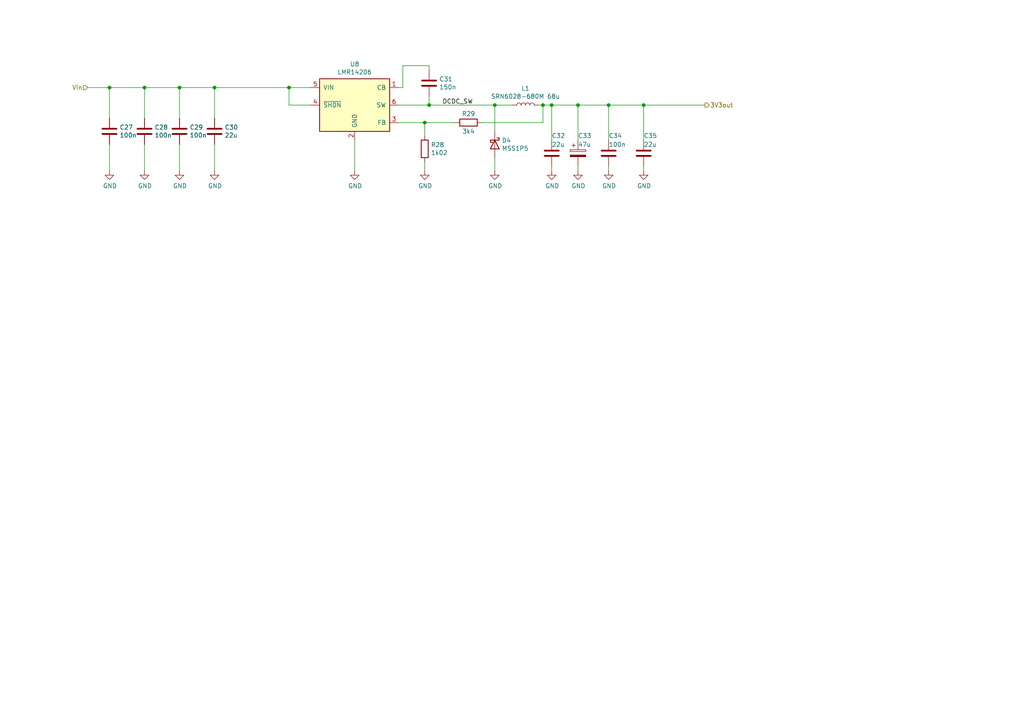
<source format=kicad_sch>
(kicad_sch (version 20211123) (generator eeschema)
  (paper "A4")
  (title_block (rev "v1.3.1"))
  (lib_symbols
    (symbol "Device:C" (pin_numbers hide) (pin_names (offset 0.254))
      (property "Reference" "C" (at 0.635 2.54 0))
      (property "Value" "C" (at 0.635 -2.54 0))
      (symbol "C_0_1"
        (polyline (pts (xy -2.032 -0.762) (xy 2.032 -0.762)) (stroke (width 0.508)))
        (polyline (pts (xy -2.032 0.762) (xy 2.032 0.762)) (stroke (width 0.508)))
      )
      (symbol "C_1_1"
        (pin passive line (at 0 3.81 270) (length 2.794) (name "~") (number "1"))
        (pin passive line (at 0 -3.81 90) (length 2.794) (name "~") (number "2"))
      )
    )
    (symbol "Device:CP" (pin_numbers hide) (pin_names (offset 0.254))
      (property "Reference" "C" (at 0.635 2.54 0))
      (property "Value" "Device_CP" (at 0.635 -2.54 0))
      (symbol "CP_0_1"
        (rectangle (start -2.286 0.508) (end 2.286 1.016))
        (polyline (pts (xy -1.778 2.286) (xy -0.762 2.286)))
        (polyline (pts (xy -1.27 2.794) (xy -1.27 1.778)))
        (rectangle (start 2.286 -0.508) (end -2.286 -1.016) (fill (type outline)))
      )
      (symbol "CP_1_1"
        (pin passive line (at 0 3.81 270) (length 2.794) (name "~") (number "1"))
        (pin passive line (at 0 -3.81 90) (length 2.794) (name "~") (number "2"))
      )
    )
    (symbol "Device:D_Schottky" (pin_numbers hide) (pin_names (offset 1.016) hide)
      (property "Reference" "D" (at 0 2.54 0))
      (property "Value" "D_Schottky" (at 0 -2.54 0))
      (symbol "D_Schottky_0_1"
        (polyline (pts (xy 1.27 0) (xy -1.27 0)))
        (polyline (pts (xy 1.27 1.27) (xy 1.27 -1.27) (xy -1.27 0) (xy 1.27 1.27)) (stroke (width 0.254)))
        (polyline (pts (xy -1.905 0.635) (xy -1.905 1.27) (xy -1.27 1.27) (xy -1.27 -1.27) (xy -0.635 -1.27) (xy -0.635 -0.635)) (stroke (width 0.254)))
      )
      (symbol "D_Schottky_1_1"
        (pin passive line (at -3.81 0 0) (length 2.54) (name "K") (number "1"))
        (pin passive line (at 3.81 0 180) (length 2.54) (name "A") (number "2"))
      )
    )
    (symbol "Device:L" (pin_numbers hide) (pin_names (offset 1.016) hide)
      (property "Reference" "L" (at -1.27 0 90))
      (property "Value" "L" (at 1.905 0 90))
      (symbol "L_0_1"
        (arc (start 0 -2.54) (mid 0.635 -1.905) (end 0 -1.27))
        (arc (start 0 -1.27) (mid 0.635 -0.635) (end 0 0))
        (arc (start 0 0) (mid 0.635 0.635) (end 0 1.27))
        (arc (start 0 1.27) (mid 0.635 1.905) (end 0 2.54))
      )
      (symbol "L_1_1"
        (pin passive line (at 0 3.81 270) (length 1.27) (name "1") (number "1"))
        (pin passive line (at 0 -3.81 90) (length 1.27) (name "2") (number "2"))
      )
    )
    (symbol "Device:R" (pin_numbers hide) (pin_names (offset 0))
      (property "Reference" "R" (at 2.032 0 90))
      (property "Value" "R" (at 0 0 90))
      (symbol "R_0_1"
        (rectangle (start -1.016 -2.54) (end 1.016 2.54) (stroke (width 0.254)))
      )
      (symbol "R_1_1"
        (pin passive line (at 0 3.81 270) (length 1.27) (name "~") (number "1"))
        (pin passive line (at 0 -3.81 90) (length 1.27) (name "~") (number "2"))
      )
    )
    (symbol "Regulator_Switching:LMR14206" (pin_names (offset 1.016))
      (property "Reference" "U" (at -10.16 11.43 0))
      (property "Value" "LMR14206" (at -10.16 8.89 0))
      (symbol "LMR14206_0_1"
        (rectangle (start -10.16 7.62) (end 10.16 -7.62) (stroke (width 0.254)) (fill (type background)))
      )
      (symbol "LMR14206_1_1"
        (pin input line (at 12.7 5.08 180) (length 2.54) (name "CB") (number "1"))
        (pin power_in line (at 0 -10.16 90) (length 2.54) (name "GND") (number "2"))
        (pin input line (at 12.7 -5.08 180) (length 2.54) (name "FB") (number "3"))
        (pin input line (at -12.7 0 0) (length 2.54) (name "~{SHDN}") (number "4"))
        (pin power_in line (at -12.7 5.08 0) (length 2.54) (name "VIN") (number "5"))
        (pin output line (at 12.7 0 180) (length 2.54) (name "SW") (number "6"))
      )
    )
    (symbol "power:GND" (power) (pin_names (offset 0))
      (property "Value" "GND" (at 0 -3.81 0))
      (symbol "GND_0_1"
        (polyline (pts (xy 0 0) (xy 0 -1.27) (xy 1.27 -1.27) (xy 0 -2.54) (xy -1.27 -1.27) (xy 0 -1.27)))
      )
      (symbol "GND_1_1"
        (pin power_in line (at 0 0 270) (length 0) hide (name "GND") (number "1"))
      )
    )
  )
  (junction (at 123.19 35.56))
  (junction (at 157.48 30.48))
  (junction (at 41.91 25.4))
  (junction (at 62.23 25.4))
  (junction (at 52.07 25.4))
  (junction (at 143.51 30.48))
  (junction (at 83.82 25.4))
  (junction (at 186.69 30.48))
  (junction (at 124.46 30.48))
  (junction (at 160.02 30.48))
  (junction (at 176.53 30.48))
  (junction (at 31.75 25.4))
  (junction (at 167.64 30.48))
  (wire (pts (xy 41.91 41.91) (xy 41.91 49.53)))
  (wire (pts (xy 167.64 30.48) (xy 176.53 30.48)))
  (wire (pts (xy 160.02 30.48) (xy 167.64 30.48)))
  (wire (pts (xy 83.82 25.4) (xy 90.17 25.4)))
  (wire (pts (xy 124.46 20.32) (xy 124.46 19.05)))
  (wire (pts (xy 124.46 30.48) (xy 143.51 30.48)))
  (wire (pts (xy 102.87 40.64) (xy 102.87 49.53)))
  (wire (pts (xy 176.53 48.26) (xy 176.53 49.53)))
  (wire (pts (xy 115.57 30.48) (xy 124.46 30.48)))
  (wire (pts (xy 157.48 35.56) (xy 157.48 30.48)))
  (wire (pts (xy 143.51 30.48) (xy 148.59 30.48)))
  (wire (pts (xy 41.91 25.4) (xy 41.91 34.29)))
  (wire (pts (xy 186.69 48.26) (xy 186.69 49.53)))
  (wire (pts (xy 52.07 41.91) (xy 52.07 49.53)))
  (wire (pts (xy 41.91 25.4) (xy 52.07 25.4)))
  (wire (pts (xy 124.46 27.94) (xy 124.46 30.48)))
  (wire (pts (xy 123.19 35.56) (xy 132.08 35.56)))
  (wire (pts (xy 123.19 49.53) (xy 123.19 46.99)))
  (wire (pts (xy 62.23 34.29) (xy 62.23 25.4)))
  (wire (pts (xy 157.48 30.48) (xy 156.21 30.48)))
  (wire (pts (xy 143.51 38.1) (xy 143.51 30.48)))
  (wire (pts (xy 157.48 30.48) (xy 160.02 30.48)))
  (wire (pts (xy 90.17 30.48) (xy 83.82 30.48)))
  (wire (pts (xy 62.23 25.4) (xy 52.07 25.4)))
  (wire (pts (xy 124.46 19.05) (xy 116.84 19.05)))
  (wire (pts (xy 115.57 35.56) (xy 123.19 35.56)))
  (wire (pts (xy 123.19 35.56) (xy 123.19 39.37)))
  (wire (pts (xy 52.07 25.4) (xy 52.07 34.29)))
  (wire (pts (xy 186.69 30.48) (xy 204.47 30.48)))
  (wire (pts (xy 167.64 49.53) (xy 167.64 48.26)))
  (wire (pts (xy 160.02 40.64) (xy 160.02 30.48)))
  (wire (pts (xy 116.84 25.4) (xy 115.57 25.4)))
  (wire (pts (xy 116.84 19.05) (xy 116.84 25.4)))
  (wire (pts (xy 139.7 35.56) (xy 157.48 35.56)))
  (wire (pts (xy 83.82 30.48) (xy 83.82 25.4)))
  (wire (pts (xy 167.64 40.64) (xy 167.64 30.48)))
  (wire (pts (xy 176.53 30.48) (xy 176.53 40.64)))
  (wire (pts (xy 31.75 41.91) (xy 31.75 49.53)))
  (wire (pts (xy 176.53 30.48) (xy 186.69 30.48)))
  (wire (pts (xy 25.4 25.4) (xy 31.75 25.4)))
  (wire (pts (xy 62.23 41.91) (xy 62.23 49.53)))
  (wire (pts (xy 31.75 25.4) (xy 31.75 34.29)))
  (wire (pts (xy 83.82 25.4) (xy 62.23 25.4)))
  (wire (pts (xy 31.75 25.4) (xy 41.91 25.4)))
  (wire (pts (xy 186.69 30.48) (xy 186.69 40.64)))
  (wire (pts (xy 160.02 49.53) (xy 160.02 48.26)))
  (wire (pts (xy 143.51 45.72) (xy 143.51 49.53)))
  (label "DCDC_SW" (at 128.27 30.48 0))
  (hierarchical_label "Vin" (shape input) (at 25.4 25.4 180))
  (hierarchical_label "3V3out" (shape output) (at 204.47 30.48 0))
  (symbol (lib_id "Device:C") (at 31.75 38.1 0) (unit 1)
    (property "Reference" "C27" (at 34.671 36.9316 0) (effects (justify left)))
    (property "Value" "100n" (at 34.671 39.243 0) (effects (justify left)))
    (property "Footprint" "Capacitor_SMD:C_0805_2012Metric" (effects hide))
    (property "Datasheet" "https://eu.mouser.com/datasheet/2/40/X7RDielectric-777024.pdf" (effects hide))
    (property "MouserPartNo" "581-08053C104K" (effects hide))
  )
  (symbol (lib_id "Device:C") (at 41.91 38.1 0) (unit 1)
    (property "Reference" "C28" (at 44.831 36.9316 0) (effects (justify left)))
    (property "Value" "100n" (at 44.831 39.243 0) (effects (justify left)))
    (property "Footprint" "Capacitor_SMD:C_0805_2012Metric" (effects hide))
    (property "Datasheet" "https://eu.mouser.com/datasheet/2/40/X7RDielectric-777024.pdf" (effects hide))
    (property "MouserPartNo" "581-08053C104K" (effects hide))
  )
  (symbol (lib_id "Device:C") (at 52.07 38.1 0) (unit 1)
    (property "Reference" "C29" (at 54.991 36.9316 0) (effects (justify left)))
    (property "Value" "100n" (at 54.991 39.243 0) (effects (justify left)))
    (property "Footprint" "Capacitor_SMD:C_0805_2012Metric" (effects hide))
    (property "Datasheet" "https://eu.mouser.com/datasheet/2/40/X7RDielectric-777024.pdf" (effects hide))
    (property "MouserPartNo" "581-08053C104K" (effects hide))
  )
  (symbol (lib_id "Device:C") (at 62.23 38.1 0) (unit 1)
    (property "Reference" "C30" (at 65.151 36.9316 0) (effects (justify left)))
    (property "Value" "22u" (at 65.151 39.243 0) (effects (justify left)))
    (property "Footprint" "Capacitor_SMD:C_1210_3225Metric" (effects hide))
    (property "Datasheet" "https://product.tdk.com/info/en/catalog/datasheets/mlcc_commercial_general_en.pdf?ref_disty=mouser" (effects hide))
    (property "MouserPartNo" "810-C3225X7R1C226M" (effects hide))
  )
  (symbol (lib_id "power:GND") (at 62.23 49.53 0) (unit 1)
    (property "Reference" "#PWR056" (effects hide))
    (property "Value" "GND" (at 62.357 53.9242 0))
  )
  (symbol (lib_id "power:GND") (at 52.07 49.53 0) (unit 1)
    (property "Reference" "#PWR055" (effects hide))
    (property "Value" "GND" (at 52.197 53.9242 0))
  )
  (symbol (lib_id "power:GND") (at 41.91 49.53 0) (unit 1)
    (property "Reference" "#PWR054" (effects hide))
    (property "Value" "GND" (at 42.037 53.9242 0))
  )
  (symbol (lib_id "power:GND") (at 31.75 49.53 0) (unit 1)
    (property "Reference" "#PWR053" (effects hide))
    (property "Value" "GND" (at 31.877 53.9242 0))
  )
  (symbol (lib_id "Regulator_Switching:LMR14206") (at 102.87 30.48 0) (unit 1)
    (property "Reference" "U8" (at 102.87 18.6182 0))
    (property "Value" "LMR14206" (at 102.87 20.9296 0))
    (property "Footprint" "Package_TO_SOT_SMD:SOT-23-6" (effects hide))
    (property "Datasheet" "http://www.ti.com/lit/ds/symlink/lmr14206.pdf" (effects hide))
    (property "MouserPartNo" "926-LMR14206XMK/NOPB" (effects hide))
  )
  (symbol (lib_id "Device:C") (at 124.46 24.13 0) (unit 1)
    (property "Reference" "C31" (at 127.381 22.9616 0) (effects (justify left)))
    (property "Value" "150n" (at 127.381 25.273 0) (effects (justify left)))
    (property "Footprint" "Capacitor_SMD:C_0603_1608Metric" (effects hide))
    (property "Datasheet" "https://www.mouser.de/datasheet/2/445/885012206072-1727685.pdf" (effects hide))
    (property "MouserPartNo" "710-885012206072" (effects hide))
  )
  (symbol (lib_id "power:GND") (at 102.87 49.53 0) (unit 1)
    (property "Reference" "#PWR057" (effects hide))
    (property "Value" "GND" (at 102.997 53.9242 0))
  )
  (symbol (lib_id "Device:R") (at 135.89 35.56 270) (unit 1)
    (property "Reference" "R29" (at 135.89 33.02 90))
    (property "Value" "3k4" (at 135.89 38.1 90))
    (property "Footprint" "Resistor_SMD:R_0603_1608Metric" (effects hide))
    (property "Datasheet" "https://www.mouser.de/datasheet/2/392/susumu_RR_Data_Sheet-1206438.pdf" (effects hide))
    (property "MouserPartNo" "754-RR0816P-3401D52H" (effects hide))
  )
  (symbol (lib_id "Device:R") (at 123.19 43.18 0) (unit 1)
    (property "Reference" "R28" (at 124.968 42.0116 0) (effects (justify left)))
    (property "Value" "1k02" (at 124.968 44.323 0) (effects (justify left)))
    (property "Footprint" "Resistor_SMD:R_0603_1608Metric" (effects hide))
    (property "Datasheet" "https://www.mouser.de/datasheet/2/392/susumu_RR_Data_Sheet-1206438.pdf" (effects hide))
    (property "MouserPartNo" "754-RR0816P-1021D02H" (effects hide))
  )
  (symbol (lib_id "power:GND") (at 123.19 49.53 0) (unit 1)
    (property "Reference" "#PWR058" (effects hide))
    (property "Value" "GND" (at 123.317 53.9242 0))
  )
  (symbol (lib_id "Device:L") (at 152.4 30.48 90) (unit 1)
    (property "Reference" "L1" (at 152.4 25.654 90))
    (property "Value" "SRN6028-680M 68u" (at 152.4 27.9654 90))
    (property "Footprint" "Inductor_SMD:L_Bourns-SRN6028" (effects hide))
    (property "Datasheet" "https://www.mouser.de/datasheet/2/54/srn6028-1391385.pdf" (effects hide))
    (property "MouserPartNo" "652-SRN6028-680M" (effects hide))
  )
  (symbol (lib_id "Device:C") (at 176.53 44.45 0) (unit 1)
    (property "Reference" "C34" (at 176.53 39.37 0) (effects (justify left)))
    (property "Value" "100n" (at 176.53 41.91 0) (effects (justify left)))
    (property "Footprint" "Capacitor_SMD:C_1206_3216Metric" (effects hide))
    (property "Datasheet" "https://search.kemet.com/component-edge/download/datasheet/C1206C104K5RAC7411.pdf" (effects hide))
    (property "MouserPartNo" "80-C1206C104K5RACLR" (effects hide))
  )
  (symbol (lib_id "power:GND") (at 176.53 49.53 0) (unit 1)
    (property "Reference" "#PWR062" (effects hide))
    (property "Value" "GND" (at 176.657 53.9242 0))
  )
  (symbol (lib_id "power:GND") (at 186.69 49.53 0) (unit 1)
    (property "Reference" "#PWR063" (effects hide))
    (property "Value" "GND" (at 186.817 53.9242 0))
  )
  (symbol (lib_id "Device:C") (at 160.02 44.45 0) (unit 1)
    (property "Reference" "C32" (at 160.02 39.37 0) (effects (justify left)))
    (property "Value" "22u" (at 160.02 41.91 0) (effects (justify left)))
    (property "Footprint" "Capacitor_SMD:C_1210_3225Metric" (effects hide))
    (property "Datasheet" "https://product.tdk.com/info/en/catalog/datasheets/mlcc_commercial_general_en.pdf?ref_disty=mouser" (effects hide))
    (property "MouserPartNo" "810-C3225X7R1C226M" (effects hide))
  )
  (symbol (lib_id "power:GND") (at 160.02 49.53 0) (unit 1)
    (property "Reference" "#PWR060" (effects hide))
    (property "Value" "GND" (at 160.147 53.9242 0))
  )
  (symbol (lib_id "power:GND") (at 167.64 49.53 0) (unit 1)
    (property "Reference" "#PWR061" (effects hide))
    (property "Value" "GND" (at 167.767 53.9242 0))
  )
  (symbol (lib_id "Device:D_Schottky") (at 143.51 41.91 270) (unit 1)
    (property "Reference" "D4" (at 145.542 40.7416 90) (effects (justify left)))
    (property "Value" "MSS1P5" (at 145.542 43.053 90) (effects (justify left)))
    (property "Footprint" "Diode_SMD:D_TUMD2" (effects hide))
    (property "Datasheet" "https://www.mouser.de/datasheet/2/427/mss1p6-1768324.pdf" (effects hide))
    (property "MouserPartNo" "625-MSS1P5-M3" (effects hide))
  )
  (symbol (lib_id "power:GND") (at 143.51 49.53 0) (unit 1)
    (property "Reference" "#PWR059" (effects hide))
    (property "Value" "GND" (at 143.637 53.9242 0))
  )
  (symbol (lib_id "Device:CP") (at 167.64 44.45 0) (unit 1)
    (property "Reference" "C33" (at 167.64 39.37 0) (effects (justify left)))
    (property "Value" "47u" (at 167.64 41.91 0) (effects (justify left)))
    (property "Footprint" "Capacitor_SMD:CP_Elec_6.3x5.8" (effects hide))
    (property "Datasheet" "https://www.mouser.de/datasheet/2/315/RDE0000C1266-1842983.pdf" (effects hide))
    (property "MouserPartNo" "667-EEE-FN1V470L" (effects hide))
  )
  (symbol (lib_id "Device:C") (at 186.69 44.45 0) (unit 1)
    (property "Reference" "C35" (at 186.69 39.37 0) (effects (justify left)))
    (property "Value" "22u" (at 186.69 41.91 0) (effects (justify left)))
    (property "Footprint" "Capacitor_SMD:C_1210_3225Metric" (effects hide))
    (property "Datasheet" "https://product.tdk.com/info/en/catalog/datasheets/mlcc_commercial_general_en.pdf?ref_disty=mouser" (effects hide))
    (property "MouserPartNo" "810-C3225X7R1C226M" (effects hide))
  )
)
</source>
